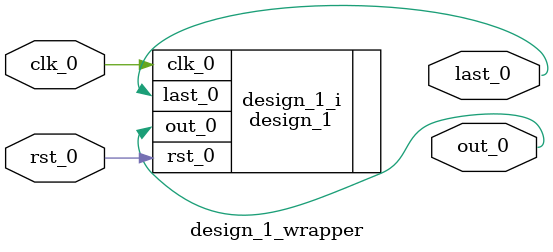
<source format=v>
`timescale 1 ps / 1 ps

module design_1_wrapper
   (clk_0,
    last_0,
    out_0,
    rst_0);
  input clk_0;
  output last_0;
  output out_0;
  input rst_0;

  wire clk_0;
  wire last_0;
  wire out_0;
  wire rst_0;

  design_1 design_1_i
       (.clk_0(clk_0),
        .last_0(last_0),
        .out_0(out_0),
        .rst_0(rst_0));
endmodule

</source>
